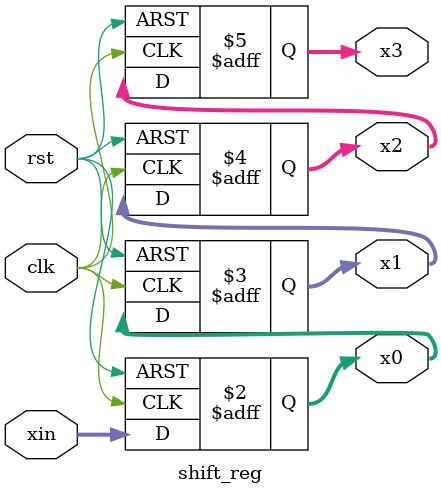
<source format=v>
`timescale 1ns / 1ps

module shift_reg(xin,clk,rst,x0,x1,x2,x3);
    
    input signed [7:0] xin;
    input clk,rst;
    output reg signed [7:0] x0,x1,x2,x3;
    
    always@(posedge clk or posedge rst)
    if(rst)
    begin
        x3<=8'd0; 
        x2<=8'd0;
        x1<=8'd0;
        x0<=8'd0;
    end
    else
    begin
        x3<=x2; 
        x2<=x1;
        x1<=x0;
        x0<=xin;
    end
    
endmodule

</source>
